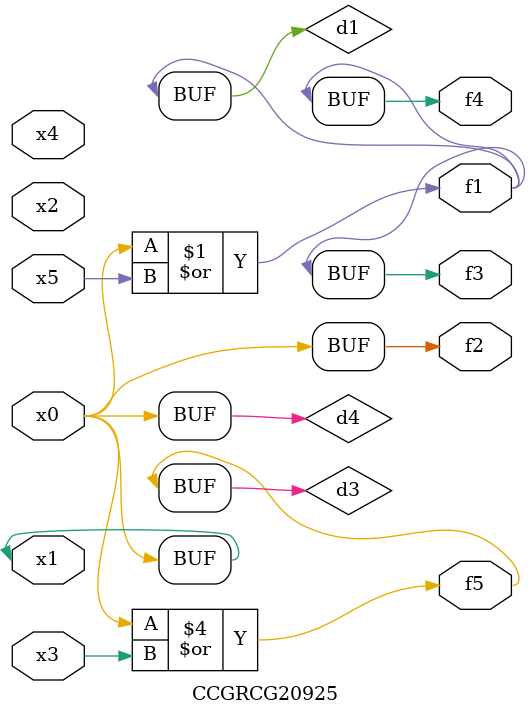
<source format=v>
module CCGRCG20925(
	input x0, x1, x2, x3, x4, x5,
	output f1, f2, f3, f4, f5
);

	wire d1, d2, d3, d4;

	or (d1, x0, x5);
	xnor (d2, x1, x4);
	or (d3, x0, x3);
	buf (d4, x0, x1);
	assign f1 = d1;
	assign f2 = d4;
	assign f3 = d1;
	assign f4 = d1;
	assign f5 = d3;
endmodule

</source>
